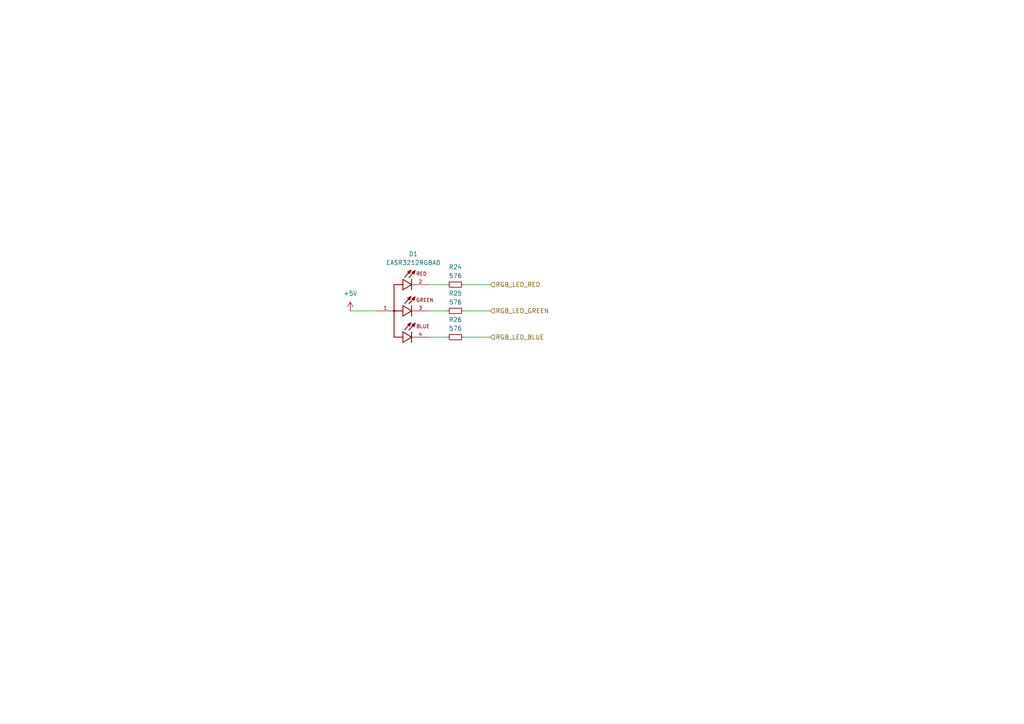
<source format=kicad_sch>
(kicad_sch (version 20231120) (generator "eeschema") (generator_version "8.0")
  (paper "A4")
  (lib_symbols
    (symbol "Device:R_Small" (pin_numbers hide) (pin_names (offset 0.254) hide)
      (property "Reference" "R" (at 0.762 0.508 0))
      (property "Value" "R_Small" (at 0.762 -1.016 0))
      (symbol "R_Small_0_1"
        (rectangle (start -0.762 1.778) (end 0.762 -1.778) (stroke (width 0.2032)))
      )
      (symbol "R_Small_1_1"
        (pin passive line (at 0 2.54 270) (length 0.762) (name "~") (number "1"))
        (pin passive line (at 0 -2.54 90) (length 0.762) (name "~") (number "2"))
      )
    )
    (symbol "RGB_LED:EASR3212RGBA0" (pin_names (offset 1.016))
      (property "Reference" "D" (at -8.255 10.16 0))
      (property "Value" "EASR3212RGBA0" (at -8.255 9.525 0))
      (symbol "EASR3212RGBA0_0_0"
        (circle (center -2.54 0) (radius 0.2032) (stroke (width 0.254)))
        (polyline (pts (xy -2.54 -7.62) (xy 0 -7.62)) (stroke (width 0.254)))
        (polyline (pts (xy -2.54 0) (xy -2.54 -7.62)) (stroke (width 0.254)))
        (polyline (pts (xy -2.54 7.62) (xy -2.54 0)) (stroke (width 0.254)))
        (polyline (pts (xy 0 -9.144) (xy 2.54 -7.62)) (stroke (width 0.254)))
        (polyline (pts (xy 0 -7.62) (xy 0 -9.144)) (stroke (width 0.254)))
        (polyline (pts (xy 0 -6.096) (xy 0 -7.62)) (stroke (width 0.254)))
        (polyline (pts (xy 0 -1.524) (xy 2.54 0)) (stroke (width 0.254)))
        (polyline (pts (xy 0 0) (xy -2.54 0)) (stroke (width 0.254)))
        (polyline (pts (xy 0 0) (xy 0 -1.524)) (stroke (width 0.254)))
        (polyline (pts (xy 0 1.524) (xy 0 0)) (stroke (width 0.254)))
        (polyline (pts (xy 0 6.096) (xy 2.54 7.62)) (stroke (width 0.254)))
        (polyline (pts (xy 0 7.62) (xy -2.54 7.62)) (stroke (width 0.254)))
        (polyline (pts (xy 0 7.62) (xy 0 6.096)) (stroke (width 0.254)))
        (polyline (pts (xy 0 9.144) (xy 0 7.62)) (stroke (width 0.254)))
        (polyline (pts (xy 1.4224 -3.937) (xy 2.3114 -3.4544)) (stroke (width 0.254)))
        (polyline (pts (xy 1.4224 3.683) (xy 2.3114 4.1656)) (stroke (width 0.254)))
        (polyline (pts (xy 1.4224 11.303) (xy 2.3114 11.7856)) (stroke (width 0.254)))
        (polyline (pts (xy 1.6002 -4.0132) (xy 1.8288 -3.8608)) (stroke (width 0.254)))
        (polyline (pts (xy 1.6002 3.6068) (xy 1.8288 3.7592)) (stroke (width 0.254)))
        (polyline (pts (xy 1.6002 11.2268) (xy 1.8288 11.3792)) (stroke (width 0.254)))
        (polyline (pts (xy 1.9812 -4.4196) (xy 1.4224 -3.937)) (stroke (width 0.254)))
        (polyline (pts (xy 1.9812 -4.4196) (xy 2.0066 -3.683)) (stroke (width 0.254)))
        (polyline (pts (xy 1.9812 3.2004) (xy 1.4224 3.683)) (stroke (width 0.254)))
        (polyline (pts (xy 1.9812 3.2004) (xy 2.0066 3.937)) (stroke (width 0.254)))
        (polyline (pts (xy 1.9812 10.8204) (xy 1.4224 11.303)) (stroke (width 0.254)))
        (polyline (pts (xy 1.9812 10.8204) (xy 2.0066 11.557)) (stroke (width 0.254)))
        (polyline (pts (xy 2.0066 -3.683) (xy 1.8796 -3.683)) (stroke (width 0.254)))
        (polyline (pts (xy 2.0066 3.937) (xy 1.8796 3.937)) (stroke (width 0.254)))
        (polyline (pts (xy 2.0066 11.557) (xy 1.8796 11.557)) (stroke (width 0.254)))
        (polyline (pts (xy 2.3114 -3.4544) (xy 0.5334 -5.4864)) (stroke (width 0.254)))
        (polyline (pts (xy 2.3114 -3.4544) (xy 1.9812 -4.4196)) (stroke (width 0.254)))
        (polyline (pts (xy 2.3114 4.1656) (xy 0.5334 2.1336)) (stroke (width 0.254)))
        (polyline (pts (xy 2.3114 4.1656) (xy 1.9812 3.2004)) (stroke (width 0.254)))
        (polyline (pts (xy 2.3114 11.7856) (xy 0.5334 9.7536)) (stroke (width 0.254)))
        (polyline (pts (xy 2.3114 11.7856) (xy 1.9812 10.8204)) (stroke (width 0.254)))
        (polyline (pts (xy 2.54 -7.62) (xy 0 -6.096)) (stroke (width 0.254)))
        (polyline (pts (xy 2.54 -6.096) (xy 2.54 -9.144)) (stroke (width 0.254)))
        (polyline (pts (xy 2.54 0) (xy 0 1.524)) (stroke (width 0.254)))
        (polyline (pts (xy 2.54 1.524) (xy 2.54 -1.524)) (stroke (width 0.254)))
        (polyline (pts (xy 2.54 7.62) (xy 0 9.144)) (stroke (width 0.254)))
        (polyline (pts (xy 2.54 9.144) (xy 2.54 6.096)) (stroke (width 0.254)))
        (polyline (pts (xy 2.667 -4.0386) (xy 3.556 -3.556)) (stroke (width 0.254)))
        (polyline (pts (xy 2.667 3.5814) (xy 3.556 4.064)) (stroke (width 0.254)))
        (polyline (pts (xy 2.667 11.2014) (xy 3.556 11.684)) (stroke (width 0.254)))
        (polyline (pts (xy 2.8448 -4.1148) (xy 3.0734 -3.9624)) (stroke (width 0.254)))
        (polyline (pts (xy 2.8448 3.5052) (xy 3.0734 3.6576)) (stroke (width 0.254)))
        (polyline (pts (xy 2.8448 11.1252) (xy 3.0734 11.2776)) (stroke (width 0.254)))
        (polyline (pts (xy 3.2258 -4.5212) (xy 2.667 -4.0386)) (stroke (width 0.254)))
        (polyline (pts (xy 3.2258 -4.5212) (xy 3.2512 -3.7846)) (stroke (width 0.254)))
        (polyline (pts (xy 3.2258 3.0988) (xy 2.667 3.5814)) (stroke (width 0.254)))
        (polyline (pts (xy 3.2258 3.0988) (xy 3.2512 3.8354)) (stroke (width 0.254)))
        (polyline (pts (xy 3.2258 10.7188) (xy 2.667 11.2014)) (stroke (width 0.254)))
        (polyline (pts (xy 3.2258 10.7188) (xy 3.2512 11.4554)) (stroke (width 0.254)))
        (polyline (pts (xy 3.2512 -3.7846) (xy 3.1242 -3.7846)) (stroke (width 0.254)))
        (polyline (pts (xy 3.2512 3.8354) (xy 3.1242 3.8354)) (stroke (width 0.254)))
        (polyline (pts (xy 3.2512 11.4554) (xy 3.1242 11.4554)) (stroke (width 0.254)))
        (polyline (pts (xy 3.556 -3.556) (xy 1.778 -5.588)) (stroke (width 0.254)))
        (polyline (pts (xy 3.556 -3.556) (xy 3.2258 -4.5212)) (stroke (width 0.254)))
        (polyline (pts (xy 3.556 4.064) (xy 1.778 2.032)) (stroke (width 0.254)))
        (polyline (pts (xy 3.556 4.064) (xy 3.2258 3.0988)) (stroke (width 0.254)))
        (polyline (pts (xy 3.556 11.684) (xy 1.778 9.652)) (stroke (width 0.254)))
        (polyline (pts (xy 3.556 11.684) (xy 3.2258 10.7188)) (stroke (width 0.254)))
        (text "BLUE" (at 3.81 -5.08 0) (effects (font (size 1.016 1.016)) (justify left bottom)))
        (text "GREEN" (at 3.81 2.54 0) (effects (font (size 1.016 1.016)) (justify left bottom)))
        (text "RED" (at 3.81 10.16 0) (effects (font (size 1.016 1.016)) (justify left bottom)))
        (pin passive line (at -7.62 0 0) (length 5.08) (name "~") (number "1"))
        (pin passive line (at 7.62 7.62 180) (length 5.08) (name "~") (number "2"))
        (pin passive line (at 7.62 0 180) (length 5.08) (name "~") (number "3"))
        (pin passive line (at 7.62 -7.62 180) (length 5.08) (name "~") (number "4"))
      )
    )
    (symbol "power:+5V" (power) (pin_numbers hide) (pin_names (offset 0) hide)
      (property "Value" "+5V" (at 0 3.556 0))
      (symbol "+5V_0_1"
        (polyline (pts (xy -0.762 1.27) (xy 0 2.54)))
        (polyline (pts (xy 0 0) (xy 0 2.54)))
        (polyline (pts (xy 0 2.54) (xy 0.762 1.27)))
      )
      (symbol "+5V_1_1"
        (pin power_in line (at 0 0 90) (length 0) (name "~") (number "1"))
      )
    )
  )
  (wire (pts (xy 134.62 90.17) (xy 142.24 90.17)))
  (wire (pts (xy 124.46 90.17) (xy 129.54 90.17)))
  (wire (pts (xy 124.46 82.55) (xy 129.54 82.55)))
  (wire (pts (xy 134.62 97.79) (xy 142.24 97.79)))
  (wire (pts (xy 134.62 82.55) (xy 142.24 82.55)))
  (wire (pts (xy 124.46 97.79) (xy 129.54 97.79)))
  (wire (pts (xy 101.6 90.17) (xy 109.22 90.17)))
  (hierarchical_label "RGB_LED_BLUE" (shape input) (at 142.24 97.79 0))
  (hierarchical_label "RGB_LED_RED" (shape input) (at 142.24 82.55 0))
  (hierarchical_label "RGB_LED_GREEN" (shape input) (at 142.24 90.17 0))
  (symbol (lib_id "power:+5V") (at 101.6 90.17 0) (unit 1)
    (property "Reference" "#PWR063" (effects (hide yes)))
    (property "Value" "+5V" (at 101.6 85.09 0))
    (property "Description" "Power symbol creates a global label with name \"+5V\"" (effects (hide yes)))
  )
  (symbol (lib_id "RGB_LED:EASR3212RGBA0") (at 116.84 90.17 0) (unit 1)
    (property "Reference" "D1" (at 119.8662 73.66 0))
    (property "Value" "EASR3212RGBA0" (at 119.8662 76.2 0))
    (property "Footprint" "EASR3212RGBA0:LED_EASR3212RGBA0" (effects (hide yes)))
    (property "MF" "Everlight Electronics Co Ltd" (effects (hide yes)))
    (property "MAXIMUM_PACKAGE_HEIGHT" "1.2 mm" (effects (hide yes)))
    (property "Package" "None" (effects (hide yes)))
    (property "Price" "None" (effects (hide yes)))
    (property "Check_prices" "https://www.snapeda.com/parts/EASR3212RGBA0/Everlight+Electronics+Co+Ltd/view-part/?ref=eda" (effects (hide yes)))
    (property "STANDARD" "Manufacturer recommendations" (effects (hide yes)))
    (property "PARTREV" "4" (effects (hide yes)))
    (property "SnapEDA_Link" "https://www.snapeda.com/parts/EASR3212RGBA0/Everlight+Electronics+Co+Ltd/view-part/?ref=snap" (effects (hide yes)))
    (property "MP" "EASR3212RGBA0" (effects (hide yes)))
    (property "Description_1" "\nRed, Green, Blue (RGB) 624nm Red, 525nm Green, 470nm Blue LED Indication - Discrete 2V Red, 3.3V Green, 3.3V Blue 4-SMD, No Lead\n" (effects (hide yes)))
    (property "Availability" "In Stock" (effects (hide yes)))
    (property "MANUFACTURER" "Everlight Americas" (effects (hide yes)))
  )
  (symbol (lib_id "Device:R_Small") (at 132.08 97.79 90) (unit 1)
    (property "Reference" "R26" (at 132.08 92.71 90))
    (property "Value" "576" (at 132.08 95.25 90))
    (property "Footprint" "Resistor_SMD:R_0402_1005Metric_Pad0.72x0.64mm_HandSolder" (effects (hide yes)))
    (property "Description" "Resistor, small symbol" (effects (hide yes)))
  )
  (symbol (lib_id "Device:R_Small") (at 132.08 90.17 90) (unit 1)
    (property "Reference" "R25" (at 132.08 85.09 90))
    (property "Value" "576" (at 132.08 87.63 90))
    (property "Footprint" "Resistor_SMD:R_0402_1005Metric_Pad0.72x0.64mm_HandSolder" (effects (hide yes)))
    (property "Description" "Resistor, small symbol" (effects (hide yes)))
  )
  (symbol (lib_id "Device:R_Small") (at 132.08 82.55 90) (unit 1)
    (property "Reference" "R24" (at 132.08 77.47 90))
    (property "Value" "576" (at 132.08 80.01 90))
    (property "Footprint" "Resistor_SMD:R_0402_1005Metric_Pad0.72x0.64mm_HandSolder" (effects (hide yes)))
    (property "Description" "Resistor, small symbol" (effects (hide yes)))
  )
)
</source>
